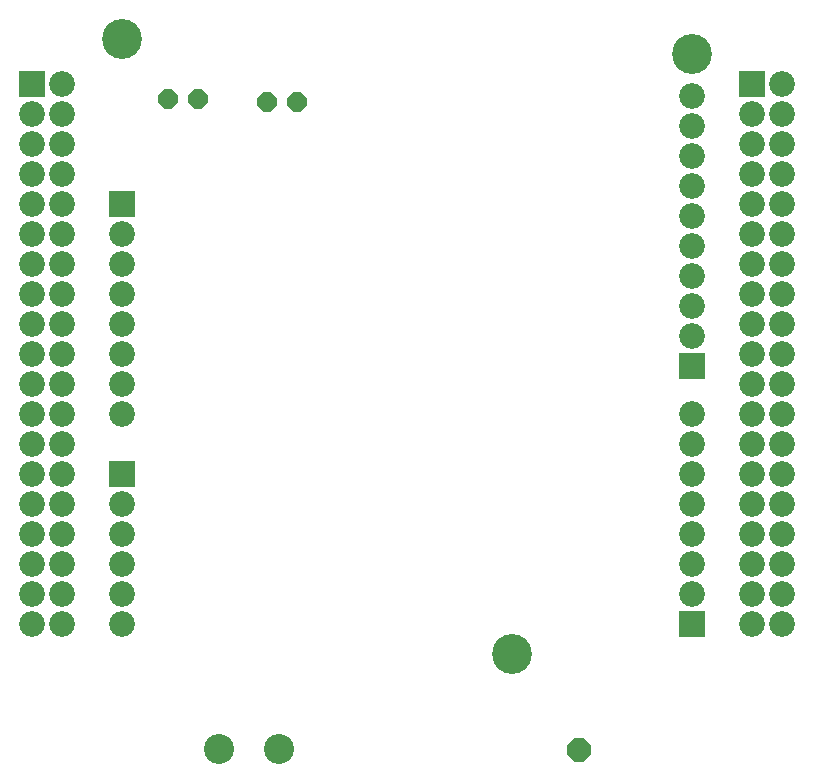
<source format=gbs>
G04 EAGLE Gerber RS-274X export*
G75*
%MOMM*%
%FSLAX34Y34*%
%LPD*%
%INSoldermask Bottom*%
%IPPOS*%
%AMOC8*
5,1,8,0,0,1.08239X$1,22.5*%
G01*
%ADD10P,2.199416X8X22.500000*%
%ADD11P,1.803519X8X22.500000*%
%ADD12R,2.183200X2.183200*%
%ADD13C,2.183200*%
%ADD14C,3.378200*%
%ADD15C,2.543200*%


D10*
X609600Y114300D03*
D11*
X261620Y665480D03*
X287020Y665480D03*
X345440Y662940D03*
X370840Y662940D03*
D12*
X223000Y347900D03*
D13*
X223000Y322500D03*
X223000Y297100D03*
X223000Y271700D03*
X223000Y246300D03*
X223000Y220900D03*
D12*
X223000Y576500D03*
D13*
X223000Y551100D03*
X223000Y525700D03*
X223000Y500300D03*
X223000Y474900D03*
X223000Y449500D03*
X223000Y424100D03*
X223000Y398700D03*
D12*
X146800Y678100D03*
D13*
X172200Y678100D03*
X146800Y652700D03*
X172200Y652700D03*
X146800Y627300D03*
X172200Y627300D03*
X146800Y601900D03*
X172200Y601900D03*
X146800Y576500D03*
X172200Y576500D03*
X146800Y551100D03*
X172200Y551100D03*
X146800Y525700D03*
X172200Y525700D03*
X146800Y500300D03*
X172200Y500300D03*
X146800Y474900D03*
X172200Y474900D03*
X146800Y449500D03*
X172200Y449500D03*
X146800Y424100D03*
X172200Y424100D03*
X146800Y398700D03*
X172200Y398700D03*
X146800Y373300D03*
X172200Y373300D03*
X146800Y347900D03*
X172200Y347900D03*
X146800Y322500D03*
X172200Y322500D03*
X146800Y297100D03*
X172200Y297100D03*
X146800Y271700D03*
X172200Y271700D03*
X146800Y246300D03*
X172200Y246300D03*
X146800Y220900D03*
X172200Y220900D03*
D12*
X705600Y439340D03*
D13*
X705600Y464740D03*
X705600Y490140D03*
X705600Y515540D03*
X705600Y540940D03*
X705600Y566340D03*
X705600Y591740D03*
X705600Y617140D03*
X705600Y642540D03*
X705600Y667940D03*
X705600Y271700D03*
X705600Y297100D03*
X705600Y322500D03*
X705600Y347900D03*
X705600Y373300D03*
X705600Y398700D03*
D12*
X705600Y220900D03*
D13*
X705600Y246300D03*
D12*
X756400Y677850D03*
D13*
X781800Y677850D03*
X756400Y652450D03*
X781800Y652450D03*
X756400Y627050D03*
X781800Y627050D03*
X756400Y601650D03*
X781800Y601650D03*
X756400Y576250D03*
X781800Y576250D03*
X756400Y550850D03*
X781800Y550850D03*
X756400Y525450D03*
X781800Y525450D03*
X756400Y500050D03*
X781800Y500050D03*
X756400Y474650D03*
X781800Y474650D03*
X756400Y449250D03*
X781800Y449250D03*
X756400Y423850D03*
X781800Y423850D03*
X756400Y398450D03*
X781800Y398450D03*
X756400Y373050D03*
X781800Y373050D03*
X756400Y347650D03*
X781800Y347650D03*
X756400Y322250D03*
X781800Y322250D03*
X756400Y296850D03*
X781800Y296850D03*
X756400Y271450D03*
X781800Y271450D03*
X756400Y246050D03*
X781800Y246050D03*
X756400Y220650D03*
X781800Y220650D03*
D14*
X705600Y703500D03*
X223000Y716200D03*
X553200Y195500D03*
D15*
X304589Y114550D03*
X355389Y114550D03*
M02*

</source>
